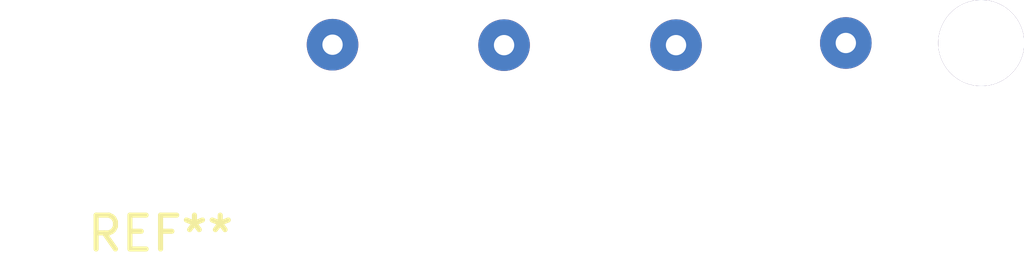
<source format=kicad_pcb>
(kicad_pcb (version 4) (host pcbnew 4.0.6)

  (general
    (links 0)
    (no_connects 0)
    (area 0 0 0 0)
    (thickness 1.6)
    (drawings 0)
    (tracks 0)
    (zones 0)
    (modules 1)
    (nets 1)
  )

  (page A4)
  (layers
    (0 F.Cu signal)
    (31 B.Cu signal)
    (32 B.Adhes user)
    (33 F.Adhes user)
    (34 B.Paste user)
    (35 F.Paste user)
    (36 B.SilkS user)
    (37 F.SilkS user)
    (38 B.Mask user)
    (39 F.Mask user)
    (40 Dwgs.User user)
    (41 Cmts.User user)
    (42 Eco1.User user)
    (43 Eco2.User user)
    (44 Edge.Cuts user)
    (45 Margin user)
    (46 B.CrtYd user)
    (47 F.CrtYd user)
    (48 B.Fab user)
    (49 F.Fab user)
  )

  (setup
    (last_trace_width 0.25)
    (trace_clearance 0.2)
    (zone_clearance 0.508)
    (zone_45_only no)
    (trace_min 0.2)
    (segment_width 0.2)
    (edge_width 0.15)
    (via_size 0.6)
    (via_drill 0.4)
    (via_min_size 0.4)
    (via_min_drill 0.3)
    (uvia_size 0.3)
    (uvia_drill 0.1)
    (uvias_allowed no)
    (uvia_min_size 0.2)
    (uvia_min_drill 0.1)
    (pcb_text_width 0.3)
    (pcb_text_size 1.5 1.5)
    (mod_edge_width 0.15)
    (mod_text_size 1 1)
    (mod_text_width 0.15)
    (pad_size 1.524 1.524)
    (pad_drill 0.762)
    (pad_to_mask_clearance 0.2)
    (aux_axis_origin 0 0)
    (visible_elements FFFFEF7F)
    (pcbplotparams
      (layerselection 0x00030_80000001)
      (usegerberextensions false)
      (excludeedgelayer true)
      (linewidth 0.100000)
      (plotframeref false)
      (viasonmask false)
      (mode 1)
      (useauxorigin false)
      (hpglpennumber 1)
      (hpglpenspeed 20)
      (hpglpendiameter 15)
      (hpglpenoverlay 2)
      (psnegative false)
      (psa4output false)
      (plotreference true)
      (plotvalue true)
      (plotinvisibletext false)
      (padsonsilk false)
      (subtractmaskfromsilk false)
      (outputformat 1)
      (mirror false)
      (drillshape 1)
      (scaleselection 1)
      (outputdirectory ""))
  )

  (net 0 "")

  (net_class Default "This is the default net class."
    (clearance 0.2)
    (trace_width 0.25)
    (via_dia 0.6)
    (via_drill 0.4)
    (uvia_dia 0.3)
    (uvia_drill 0.1)
  )

  (module Conecto4pin (layer F.Cu) (tedit 59441D81) (tstamp 59446E38)
    (at 0 0)
    (fp_text reference REF** (at 0 0.5) (layer F.SilkS)
      (effects (font (size 1 1) (thickness 0.15)))
    )
    (fp_text value Conecto4pin (at 0 -0.5) (layer F.Fab)
      (effects (font (size 1 1) (thickness 0.15)))
    )
    (pad 1 thru_hole circle (at 5.08 -5.08) (size 1.524 1.524) (drill 0.6) (layers *.Cu *.Mask))
    (pad 2 thru_hole circle (at 10.1473 -5.0673) (size 1.524 1.524) (drill 0.6) (layers *.Cu *.Mask))
    (pad 3 thru_hole circle (at 15.2273 -5.0673) (size 1.524 1.524) (drill 0.6) (layers *.Cu *.Mask))
    (pad 4 thru_hole circle (at 20.2438 -5.1308) (size 1.524 1.524) (drill 0.6) (layers *.Cu *.Mask))
    (pad 5 thru_hole circle (at 24.2443 -5.1308) (size 2.54 2.54) (drill 2.54) (layers *.Cu *.Mask))
  )

)

</source>
